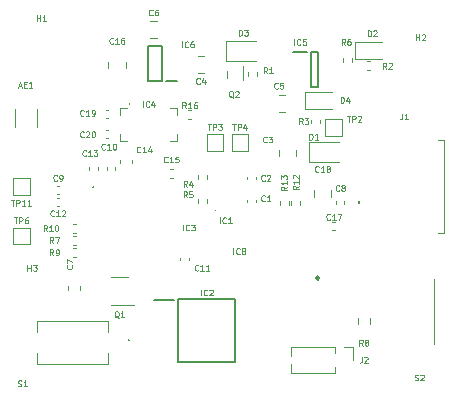
<source format=gbr>
%TF.GenerationSoftware,KiCad,Pcbnew,(6.0.0)*%
%TF.CreationDate,2022-05-13T17:38:04+01:00*%
%TF.ProjectId,Tracer,54726163-6572-42e6-9b69-6361645f7063,D*%
%TF.SameCoordinates,Original*%
%TF.FileFunction,Legend,Top*%
%TF.FilePolarity,Positive*%
%FSLAX46Y46*%
G04 Gerber Fmt 4.6, Leading zero omitted, Abs format (unit mm)*
G04 Created by KiCad (PCBNEW (6.0.0)) date 2022-05-13 17:38:04*
%MOMM*%
%LPD*%
G01*
G04 APERTURE LIST*
%ADD10C,0.035000*%
%ADD11C,0.120000*%
%ADD12C,0.100000*%
%ADD13C,0.200000*%
%ADD14C,0.027000*%
%ADD15C,0.250000*%
G04 APERTURE END LIST*
D10*
%TO.C,J2*%
X158928333Y-110626190D02*
X158928333Y-110983333D01*
X158904523Y-111054761D01*
X158856904Y-111102380D01*
X158785476Y-111126190D01*
X158737857Y-111126190D01*
X159142619Y-110673809D02*
X159166428Y-110650000D01*
X159214047Y-110626190D01*
X159333095Y-110626190D01*
X159380714Y-110650000D01*
X159404523Y-110673809D01*
X159428333Y-110721428D01*
X159428333Y-110769047D01*
X159404523Y-110840476D01*
X159118809Y-111126190D01*
X159428333Y-111126190D01*
%TO.C,S2*%
X163419047Y-112602380D02*
X163490476Y-112626190D01*
X163609523Y-112626190D01*
X163657142Y-112602380D01*
X163680952Y-112578571D01*
X163704761Y-112530952D01*
X163704761Y-112483333D01*
X163680952Y-112435714D01*
X163657142Y-112411904D01*
X163609523Y-112388095D01*
X163514285Y-112364285D01*
X163466666Y-112340476D01*
X163442857Y-112316666D01*
X163419047Y-112269047D01*
X163419047Y-112221428D01*
X163442857Y-112173809D01*
X163466666Y-112150000D01*
X163514285Y-112126190D01*
X163633333Y-112126190D01*
X163704761Y-112150000D01*
X163895238Y-112173809D02*
X163919047Y-112150000D01*
X163966666Y-112126190D01*
X164085714Y-112126190D01*
X164133333Y-112150000D01*
X164157142Y-112173809D01*
X164180952Y-112221428D01*
X164180952Y-112269047D01*
X164157142Y-112340476D01*
X163871428Y-112626190D01*
X164180952Y-112626190D01*
%TO.C,C15*%
X142478571Y-94118571D02*
X142454761Y-94142380D01*
X142383333Y-94166190D01*
X142335714Y-94166190D01*
X142264285Y-94142380D01*
X142216666Y-94094761D01*
X142192857Y-94047142D01*
X142169047Y-93951904D01*
X142169047Y-93880476D01*
X142192857Y-93785238D01*
X142216666Y-93737619D01*
X142264285Y-93690000D01*
X142335714Y-93666190D01*
X142383333Y-93666190D01*
X142454761Y-93690000D01*
X142478571Y-93713809D01*
X142954761Y-94166190D02*
X142669047Y-94166190D01*
X142811904Y-94166190D02*
X142811904Y-93666190D01*
X142764285Y-93737619D01*
X142716666Y-93785238D01*
X142669047Y-93809047D01*
X143407142Y-93666190D02*
X143169047Y-93666190D01*
X143145238Y-93904285D01*
X143169047Y-93880476D01*
X143216666Y-93856666D01*
X143335714Y-93856666D01*
X143383333Y-93880476D01*
X143407142Y-93904285D01*
X143430952Y-93951904D01*
X143430952Y-94070952D01*
X143407142Y-94118571D01*
X143383333Y-94142380D01*
X143335714Y-94166190D01*
X143216666Y-94166190D01*
X143169047Y-94142380D01*
X143145238Y-94118571D01*
%TO.C,R10*%
X132278571Y-99976190D02*
X132111904Y-99738095D01*
X131992857Y-99976190D02*
X131992857Y-99476190D01*
X132183333Y-99476190D01*
X132230952Y-99500000D01*
X132254761Y-99523809D01*
X132278571Y-99571428D01*
X132278571Y-99642857D01*
X132254761Y-99690476D01*
X132230952Y-99714285D01*
X132183333Y-99738095D01*
X131992857Y-99738095D01*
X132754761Y-99976190D02*
X132469047Y-99976190D01*
X132611904Y-99976190D02*
X132611904Y-99476190D01*
X132564285Y-99547619D01*
X132516666Y-99595238D01*
X132469047Y-99619047D01*
X133064285Y-99476190D02*
X133111904Y-99476190D01*
X133159523Y-99500000D01*
X133183333Y-99523809D01*
X133207142Y-99571428D01*
X133230952Y-99666666D01*
X133230952Y-99785714D01*
X133207142Y-99880952D01*
X133183333Y-99928571D01*
X133159523Y-99952380D01*
X133111904Y-99976190D01*
X133064285Y-99976190D01*
X133016666Y-99952380D01*
X132992857Y-99928571D01*
X132969047Y-99880952D01*
X132945238Y-99785714D01*
X132945238Y-99666666D01*
X132969047Y-99571428D01*
X132992857Y-99523809D01*
X133016666Y-99500000D01*
X133064285Y-99476190D01*
%TO.C,C1*%
X150716666Y-97398571D02*
X150692857Y-97422380D01*
X150621428Y-97446190D01*
X150573809Y-97446190D01*
X150502380Y-97422380D01*
X150454761Y-97374761D01*
X150430952Y-97327142D01*
X150407142Y-97231904D01*
X150407142Y-97160476D01*
X150430952Y-97065238D01*
X150454761Y-97017619D01*
X150502380Y-96970000D01*
X150573809Y-96946190D01*
X150621428Y-96946190D01*
X150692857Y-96970000D01*
X150716666Y-96993809D01*
X151192857Y-97446190D02*
X150907142Y-97446190D01*
X151050000Y-97446190D02*
X151050000Y-96946190D01*
X151002380Y-97017619D01*
X150954761Y-97065238D01*
X150907142Y-97089047D01*
%TO.C,C16*%
X137873571Y-84078571D02*
X137849761Y-84102380D01*
X137778333Y-84126190D01*
X137730714Y-84126190D01*
X137659285Y-84102380D01*
X137611666Y-84054761D01*
X137587857Y-84007142D01*
X137564047Y-83911904D01*
X137564047Y-83840476D01*
X137587857Y-83745238D01*
X137611666Y-83697619D01*
X137659285Y-83650000D01*
X137730714Y-83626190D01*
X137778333Y-83626190D01*
X137849761Y-83650000D01*
X137873571Y-83673809D01*
X138349761Y-84126190D02*
X138064047Y-84126190D01*
X138206904Y-84126190D02*
X138206904Y-83626190D01*
X138159285Y-83697619D01*
X138111666Y-83745238D01*
X138064047Y-83769047D01*
X138778333Y-83626190D02*
X138683095Y-83626190D01*
X138635476Y-83650000D01*
X138611666Y-83673809D01*
X138564047Y-83745238D01*
X138540238Y-83840476D01*
X138540238Y-84030952D01*
X138564047Y-84078571D01*
X138587857Y-84102380D01*
X138635476Y-84126190D01*
X138730714Y-84126190D01*
X138778333Y-84102380D01*
X138802142Y-84078571D01*
X138825952Y-84030952D01*
X138825952Y-83911904D01*
X138802142Y-83864285D01*
X138778333Y-83840476D01*
X138730714Y-83816666D01*
X138635476Y-83816666D01*
X138587857Y-83840476D01*
X138564047Y-83864285D01*
X138540238Y-83911904D01*
%TO.C,C5*%
X151816666Y-87878571D02*
X151792857Y-87902380D01*
X151721428Y-87926190D01*
X151673809Y-87926190D01*
X151602380Y-87902380D01*
X151554761Y-87854761D01*
X151530952Y-87807142D01*
X151507142Y-87711904D01*
X151507142Y-87640476D01*
X151530952Y-87545238D01*
X151554761Y-87497619D01*
X151602380Y-87450000D01*
X151673809Y-87426190D01*
X151721428Y-87426190D01*
X151792857Y-87450000D01*
X151816666Y-87473809D01*
X152269047Y-87426190D02*
X152030952Y-87426190D01*
X152007142Y-87664285D01*
X152030952Y-87640476D01*
X152078571Y-87616666D01*
X152197619Y-87616666D01*
X152245238Y-87640476D01*
X152269047Y-87664285D01*
X152292857Y-87711904D01*
X152292857Y-87830952D01*
X152269047Y-87878571D01*
X152245238Y-87902380D01*
X152197619Y-87926190D01*
X152078571Y-87926190D01*
X152030952Y-87902380D01*
X152007142Y-87878571D01*
%TO.C,D1*%
X154480952Y-92226190D02*
X154480952Y-91726190D01*
X154600000Y-91726190D01*
X154671428Y-91750000D01*
X154719047Y-91797619D01*
X154742857Y-91845238D01*
X154766666Y-91940476D01*
X154766666Y-92011904D01*
X154742857Y-92107142D01*
X154719047Y-92154761D01*
X154671428Y-92202380D01*
X154600000Y-92226190D01*
X154480952Y-92226190D01*
X155242857Y-92226190D02*
X154957142Y-92226190D01*
X155100000Y-92226190D02*
X155100000Y-91726190D01*
X155052380Y-91797619D01*
X155004761Y-91845238D01*
X154957142Y-91869047D01*
%TO.C,Q2*%
X148052380Y-88673809D02*
X148004761Y-88650000D01*
X147957142Y-88602380D01*
X147885714Y-88530952D01*
X147838095Y-88507142D01*
X147790476Y-88507142D01*
X147814285Y-88626190D02*
X147766666Y-88602380D01*
X147719047Y-88554761D01*
X147695238Y-88459523D01*
X147695238Y-88292857D01*
X147719047Y-88197619D01*
X147766666Y-88150000D01*
X147814285Y-88126190D01*
X147909523Y-88126190D01*
X147957142Y-88150000D01*
X148004761Y-88197619D01*
X148028571Y-88292857D01*
X148028571Y-88459523D01*
X148004761Y-88554761D01*
X147957142Y-88602380D01*
X147909523Y-88626190D01*
X147814285Y-88626190D01*
X148219047Y-88173809D02*
X148242857Y-88150000D01*
X148290476Y-88126190D01*
X148409523Y-88126190D01*
X148457142Y-88150000D01*
X148480952Y-88173809D01*
X148504761Y-88221428D01*
X148504761Y-88269047D01*
X148480952Y-88340476D01*
X148195238Y-88626190D01*
X148504761Y-88626190D01*
%TO.C,R7*%
X132816666Y-100976190D02*
X132650000Y-100738095D01*
X132530952Y-100976190D02*
X132530952Y-100476190D01*
X132721428Y-100476190D01*
X132769047Y-100500000D01*
X132792857Y-100523809D01*
X132816666Y-100571428D01*
X132816666Y-100642857D01*
X132792857Y-100690476D01*
X132769047Y-100714285D01*
X132721428Y-100738095D01*
X132530952Y-100738095D01*
X132983333Y-100476190D02*
X133316666Y-100476190D01*
X133102380Y-100976190D01*
%TO.C,C3*%
X150866666Y-92428571D02*
X150842857Y-92452380D01*
X150771428Y-92476190D01*
X150723809Y-92476190D01*
X150652380Y-92452380D01*
X150604761Y-92404761D01*
X150580952Y-92357142D01*
X150557142Y-92261904D01*
X150557142Y-92190476D01*
X150580952Y-92095238D01*
X150604761Y-92047619D01*
X150652380Y-92000000D01*
X150723809Y-91976190D01*
X150771428Y-91976190D01*
X150842857Y-92000000D01*
X150866666Y-92023809D01*
X151033333Y-91976190D02*
X151342857Y-91976190D01*
X151176190Y-92166666D01*
X151247619Y-92166666D01*
X151295238Y-92190476D01*
X151319047Y-92214285D01*
X151342857Y-92261904D01*
X151342857Y-92380952D01*
X151319047Y-92428571D01*
X151295238Y-92452380D01*
X151247619Y-92476190D01*
X151104761Y-92476190D01*
X151057142Y-92452380D01*
X151033333Y-92428571D01*
%TO.C,H3*%
X130619047Y-103326190D02*
X130619047Y-102826190D01*
X130619047Y-103064285D02*
X130904761Y-103064285D01*
X130904761Y-103326190D02*
X130904761Y-102826190D01*
X131095238Y-102826190D02*
X131404761Y-102826190D01*
X131238095Y-103016666D01*
X131309523Y-103016666D01*
X131357142Y-103040476D01*
X131380952Y-103064285D01*
X131404761Y-103111904D01*
X131404761Y-103230952D01*
X131380952Y-103278571D01*
X131357142Y-103302380D01*
X131309523Y-103326190D01*
X131166666Y-103326190D01*
X131119047Y-103302380D01*
X131095238Y-103278571D01*
%TO.C,C6*%
X141211666Y-81678571D02*
X141187857Y-81702380D01*
X141116428Y-81726190D01*
X141068809Y-81726190D01*
X140997380Y-81702380D01*
X140949761Y-81654761D01*
X140925952Y-81607142D01*
X140902142Y-81511904D01*
X140902142Y-81440476D01*
X140925952Y-81345238D01*
X140949761Y-81297619D01*
X140997380Y-81250000D01*
X141068809Y-81226190D01*
X141116428Y-81226190D01*
X141187857Y-81250000D01*
X141211666Y-81273809D01*
X141640238Y-81226190D02*
X141545000Y-81226190D01*
X141497380Y-81250000D01*
X141473571Y-81273809D01*
X141425952Y-81345238D01*
X141402142Y-81440476D01*
X141402142Y-81630952D01*
X141425952Y-81678571D01*
X141449761Y-81702380D01*
X141497380Y-81726190D01*
X141592619Y-81726190D01*
X141640238Y-81702380D01*
X141664047Y-81678571D01*
X141687857Y-81630952D01*
X141687857Y-81511904D01*
X141664047Y-81464285D01*
X141640238Y-81440476D01*
X141592619Y-81416666D01*
X141497380Y-81416666D01*
X141449761Y-81440476D01*
X141425952Y-81464285D01*
X141402142Y-81511904D01*
%TO.C,C14*%
X140178571Y-93278571D02*
X140154761Y-93302380D01*
X140083333Y-93326190D01*
X140035714Y-93326190D01*
X139964285Y-93302380D01*
X139916666Y-93254761D01*
X139892857Y-93207142D01*
X139869047Y-93111904D01*
X139869047Y-93040476D01*
X139892857Y-92945238D01*
X139916666Y-92897619D01*
X139964285Y-92850000D01*
X140035714Y-92826190D01*
X140083333Y-92826190D01*
X140154761Y-92850000D01*
X140178571Y-92873809D01*
X140654761Y-93326190D02*
X140369047Y-93326190D01*
X140511904Y-93326190D02*
X140511904Y-92826190D01*
X140464285Y-92897619D01*
X140416666Y-92945238D01*
X140369047Y-92969047D01*
X141083333Y-92992857D02*
X141083333Y-93326190D01*
X140964285Y-92802380D02*
X140845238Y-93159523D01*
X141154761Y-93159523D01*
%TO.C,IC4*%
X140406904Y-89476190D02*
X140406904Y-88976190D01*
X140930714Y-89428571D02*
X140906904Y-89452380D01*
X140835476Y-89476190D01*
X140787857Y-89476190D01*
X140716428Y-89452380D01*
X140668809Y-89404761D01*
X140645000Y-89357142D01*
X140621190Y-89261904D01*
X140621190Y-89190476D01*
X140645000Y-89095238D01*
X140668809Y-89047619D01*
X140716428Y-89000000D01*
X140787857Y-88976190D01*
X140835476Y-88976190D01*
X140906904Y-89000000D01*
X140930714Y-89023809D01*
X141359285Y-89142857D02*
X141359285Y-89476190D01*
X141240238Y-88952380D02*
X141121190Y-89309523D01*
X141430714Y-89309523D01*
%TO.C,R12*%
X153576190Y-96171428D02*
X153338095Y-96338095D01*
X153576190Y-96457142D02*
X153076190Y-96457142D01*
X153076190Y-96266666D01*
X153100000Y-96219047D01*
X153123809Y-96195238D01*
X153171428Y-96171428D01*
X153242857Y-96171428D01*
X153290476Y-96195238D01*
X153314285Y-96219047D01*
X153338095Y-96266666D01*
X153338095Y-96457142D01*
X153576190Y-95695238D02*
X153576190Y-95980952D01*
X153576190Y-95838095D02*
X153076190Y-95838095D01*
X153147619Y-95885714D01*
X153195238Y-95933333D01*
X153219047Y-95980952D01*
X153123809Y-95504761D02*
X153100000Y-95480952D01*
X153076190Y-95433333D01*
X153076190Y-95314285D01*
X153100000Y-95266666D01*
X153123809Y-95242857D01*
X153171428Y-95219047D01*
X153219047Y-95219047D01*
X153290476Y-95242857D01*
X153576190Y-95528571D01*
X153576190Y-95219047D01*
%TO.C,IC1*%
X146911904Y-99326190D02*
X146911904Y-98826190D01*
X147435714Y-99278571D02*
X147411904Y-99302380D01*
X147340476Y-99326190D01*
X147292857Y-99326190D01*
X147221428Y-99302380D01*
X147173809Y-99254761D01*
X147150000Y-99207142D01*
X147126190Y-99111904D01*
X147126190Y-99040476D01*
X147150000Y-98945238D01*
X147173809Y-98897619D01*
X147221428Y-98850000D01*
X147292857Y-98826190D01*
X147340476Y-98826190D01*
X147411904Y-98850000D01*
X147435714Y-98873809D01*
X147911904Y-99326190D02*
X147626190Y-99326190D01*
X147769047Y-99326190D02*
X147769047Y-98826190D01*
X147721428Y-98897619D01*
X147673809Y-98945238D01*
X147626190Y-98969047D01*
%TO.C,J1*%
X162333333Y-90026190D02*
X162333333Y-90383333D01*
X162309523Y-90454761D01*
X162261904Y-90502380D01*
X162190476Y-90526190D01*
X162142857Y-90526190D01*
X162833333Y-90526190D02*
X162547619Y-90526190D01*
X162690476Y-90526190D02*
X162690476Y-90026190D01*
X162642857Y-90097619D01*
X162595238Y-90145238D01*
X162547619Y-90169047D01*
%TO.C,IC5*%
X153211904Y-84226190D02*
X153211904Y-83726190D01*
X153735714Y-84178571D02*
X153711904Y-84202380D01*
X153640476Y-84226190D01*
X153592857Y-84226190D01*
X153521428Y-84202380D01*
X153473809Y-84154761D01*
X153450000Y-84107142D01*
X153426190Y-84011904D01*
X153426190Y-83940476D01*
X153450000Y-83845238D01*
X153473809Y-83797619D01*
X153521428Y-83750000D01*
X153592857Y-83726190D01*
X153640476Y-83726190D01*
X153711904Y-83750000D01*
X153735714Y-83773809D01*
X154188095Y-83726190D02*
X153950000Y-83726190D01*
X153926190Y-83964285D01*
X153950000Y-83940476D01*
X153997619Y-83916666D01*
X154116666Y-83916666D01*
X154164285Y-83940476D01*
X154188095Y-83964285D01*
X154211904Y-84011904D01*
X154211904Y-84130952D01*
X154188095Y-84178571D01*
X154164285Y-84202380D01*
X154116666Y-84226190D01*
X153997619Y-84226190D01*
X153950000Y-84202380D01*
X153926190Y-84178571D01*
%TO.C,R16*%
X144028571Y-89576190D02*
X143861904Y-89338095D01*
X143742857Y-89576190D02*
X143742857Y-89076190D01*
X143933333Y-89076190D01*
X143980952Y-89100000D01*
X144004761Y-89123809D01*
X144028571Y-89171428D01*
X144028571Y-89242857D01*
X144004761Y-89290476D01*
X143980952Y-89314285D01*
X143933333Y-89338095D01*
X143742857Y-89338095D01*
X144504761Y-89576190D02*
X144219047Y-89576190D01*
X144361904Y-89576190D02*
X144361904Y-89076190D01*
X144314285Y-89147619D01*
X144266666Y-89195238D01*
X144219047Y-89219047D01*
X144933333Y-89076190D02*
X144838095Y-89076190D01*
X144790476Y-89100000D01*
X144766666Y-89123809D01*
X144719047Y-89195238D01*
X144695238Y-89290476D01*
X144695238Y-89480952D01*
X144719047Y-89528571D01*
X144742857Y-89552380D01*
X144790476Y-89576190D01*
X144885714Y-89576190D01*
X144933333Y-89552380D01*
X144957142Y-89528571D01*
X144980952Y-89480952D01*
X144980952Y-89361904D01*
X144957142Y-89314285D01*
X144933333Y-89290476D01*
X144885714Y-89266666D01*
X144790476Y-89266666D01*
X144742857Y-89290476D01*
X144719047Y-89314285D01*
X144695238Y-89361904D01*
%TO.C,R2*%
X161016666Y-86226190D02*
X160850000Y-85988095D01*
X160730952Y-86226190D02*
X160730952Y-85726190D01*
X160921428Y-85726190D01*
X160969047Y-85750000D01*
X160992857Y-85773809D01*
X161016666Y-85821428D01*
X161016666Y-85892857D01*
X160992857Y-85940476D01*
X160969047Y-85964285D01*
X160921428Y-85988095D01*
X160730952Y-85988095D01*
X161207142Y-85773809D02*
X161230952Y-85750000D01*
X161278571Y-85726190D01*
X161397619Y-85726190D01*
X161445238Y-85750000D01*
X161469047Y-85773809D01*
X161492857Y-85821428D01*
X161492857Y-85869047D01*
X161469047Y-85940476D01*
X161183333Y-86226190D01*
X161492857Y-86226190D01*
%TO.C,C10*%
X137178571Y-93028571D02*
X137154761Y-93052380D01*
X137083333Y-93076190D01*
X137035714Y-93076190D01*
X136964285Y-93052380D01*
X136916666Y-93004761D01*
X136892857Y-92957142D01*
X136869047Y-92861904D01*
X136869047Y-92790476D01*
X136892857Y-92695238D01*
X136916666Y-92647619D01*
X136964285Y-92600000D01*
X137035714Y-92576190D01*
X137083333Y-92576190D01*
X137154761Y-92600000D01*
X137178571Y-92623809D01*
X137654761Y-93076190D02*
X137369047Y-93076190D01*
X137511904Y-93076190D02*
X137511904Y-92576190D01*
X137464285Y-92647619D01*
X137416666Y-92695238D01*
X137369047Y-92719047D01*
X137964285Y-92576190D02*
X138011904Y-92576190D01*
X138059523Y-92600000D01*
X138083333Y-92623809D01*
X138107142Y-92671428D01*
X138130952Y-92766666D01*
X138130952Y-92885714D01*
X138107142Y-92980952D01*
X138083333Y-93028571D01*
X138059523Y-93052380D01*
X138011904Y-93076190D01*
X137964285Y-93076190D01*
X137916666Y-93052380D01*
X137892857Y-93028571D01*
X137869047Y-92980952D01*
X137845238Y-92885714D01*
X137845238Y-92766666D01*
X137869047Y-92671428D01*
X137892857Y-92623809D01*
X137916666Y-92600000D01*
X137964285Y-92576190D01*
%TO.C,TP3*%
X145869047Y-90926190D02*
X146154761Y-90926190D01*
X146011904Y-91426190D02*
X146011904Y-90926190D01*
X146321428Y-91426190D02*
X146321428Y-90926190D01*
X146511904Y-90926190D01*
X146559523Y-90950000D01*
X146583333Y-90973809D01*
X146607142Y-91021428D01*
X146607142Y-91092857D01*
X146583333Y-91140476D01*
X146559523Y-91164285D01*
X146511904Y-91188095D01*
X146321428Y-91188095D01*
X146773809Y-90926190D02*
X147083333Y-90926190D01*
X146916666Y-91116666D01*
X146988095Y-91116666D01*
X147035714Y-91140476D01*
X147059523Y-91164285D01*
X147083333Y-91211904D01*
X147083333Y-91330952D01*
X147059523Y-91378571D01*
X147035714Y-91402380D01*
X146988095Y-91426190D01*
X146845238Y-91426190D01*
X146797619Y-91402380D01*
X146773809Y-91378571D01*
%TO.C,C18*%
X155278571Y-94928571D02*
X155254761Y-94952380D01*
X155183333Y-94976190D01*
X155135714Y-94976190D01*
X155064285Y-94952380D01*
X155016666Y-94904761D01*
X154992857Y-94857142D01*
X154969047Y-94761904D01*
X154969047Y-94690476D01*
X154992857Y-94595238D01*
X155016666Y-94547619D01*
X155064285Y-94500000D01*
X155135714Y-94476190D01*
X155183333Y-94476190D01*
X155254761Y-94500000D01*
X155278571Y-94523809D01*
X155754761Y-94976190D02*
X155469047Y-94976190D01*
X155611904Y-94976190D02*
X155611904Y-94476190D01*
X155564285Y-94547619D01*
X155516666Y-94595238D01*
X155469047Y-94619047D01*
X156040476Y-94690476D02*
X155992857Y-94666666D01*
X155969047Y-94642857D01*
X155945238Y-94595238D01*
X155945238Y-94571428D01*
X155969047Y-94523809D01*
X155992857Y-94500000D01*
X156040476Y-94476190D01*
X156135714Y-94476190D01*
X156183333Y-94500000D01*
X156207142Y-94523809D01*
X156230952Y-94571428D01*
X156230952Y-94595238D01*
X156207142Y-94642857D01*
X156183333Y-94666666D01*
X156135714Y-94690476D01*
X156040476Y-94690476D01*
X155992857Y-94714285D01*
X155969047Y-94738095D01*
X155945238Y-94785714D01*
X155945238Y-94880952D01*
X155969047Y-94928571D01*
X155992857Y-94952380D01*
X156040476Y-94976190D01*
X156135714Y-94976190D01*
X156183333Y-94952380D01*
X156207142Y-94928571D01*
X156230952Y-94880952D01*
X156230952Y-94785714D01*
X156207142Y-94738095D01*
X156183333Y-94714285D01*
X156135714Y-94690476D01*
%TO.C,C13*%
X135578571Y-93578571D02*
X135554761Y-93602380D01*
X135483333Y-93626190D01*
X135435714Y-93626190D01*
X135364285Y-93602380D01*
X135316666Y-93554761D01*
X135292857Y-93507142D01*
X135269047Y-93411904D01*
X135269047Y-93340476D01*
X135292857Y-93245238D01*
X135316666Y-93197619D01*
X135364285Y-93150000D01*
X135435714Y-93126190D01*
X135483333Y-93126190D01*
X135554761Y-93150000D01*
X135578571Y-93173809D01*
X136054761Y-93626190D02*
X135769047Y-93626190D01*
X135911904Y-93626190D02*
X135911904Y-93126190D01*
X135864285Y-93197619D01*
X135816666Y-93245238D01*
X135769047Y-93269047D01*
X136221428Y-93126190D02*
X136530952Y-93126190D01*
X136364285Y-93316666D01*
X136435714Y-93316666D01*
X136483333Y-93340476D01*
X136507142Y-93364285D01*
X136530952Y-93411904D01*
X136530952Y-93530952D01*
X136507142Y-93578571D01*
X136483333Y-93602380D01*
X136435714Y-93626190D01*
X136292857Y-93626190D01*
X136245238Y-93602380D01*
X136221428Y-93578571D01*
%TO.C,C20*%
X135378571Y-91978571D02*
X135354761Y-92002380D01*
X135283333Y-92026190D01*
X135235714Y-92026190D01*
X135164285Y-92002380D01*
X135116666Y-91954761D01*
X135092857Y-91907142D01*
X135069047Y-91811904D01*
X135069047Y-91740476D01*
X135092857Y-91645238D01*
X135116666Y-91597619D01*
X135164285Y-91550000D01*
X135235714Y-91526190D01*
X135283333Y-91526190D01*
X135354761Y-91550000D01*
X135378571Y-91573809D01*
X135569047Y-91573809D02*
X135592857Y-91550000D01*
X135640476Y-91526190D01*
X135759523Y-91526190D01*
X135807142Y-91550000D01*
X135830952Y-91573809D01*
X135854761Y-91621428D01*
X135854761Y-91669047D01*
X135830952Y-91740476D01*
X135545238Y-92026190D01*
X135854761Y-92026190D01*
X136164285Y-91526190D02*
X136211904Y-91526190D01*
X136259523Y-91550000D01*
X136283333Y-91573809D01*
X136307142Y-91621428D01*
X136330952Y-91716666D01*
X136330952Y-91835714D01*
X136307142Y-91930952D01*
X136283333Y-91978571D01*
X136259523Y-92002380D01*
X136211904Y-92026190D01*
X136164285Y-92026190D01*
X136116666Y-92002380D01*
X136092857Y-91978571D01*
X136069047Y-91930952D01*
X136045238Y-91835714D01*
X136045238Y-91716666D01*
X136069047Y-91621428D01*
X136092857Y-91573809D01*
X136116666Y-91550000D01*
X136164285Y-91526190D01*
%TO.C,D2*%
X159430952Y-83496190D02*
X159430952Y-82996190D01*
X159550000Y-82996190D01*
X159621428Y-83020000D01*
X159669047Y-83067619D01*
X159692857Y-83115238D01*
X159716666Y-83210476D01*
X159716666Y-83281904D01*
X159692857Y-83377142D01*
X159669047Y-83424761D01*
X159621428Y-83472380D01*
X159550000Y-83496190D01*
X159430952Y-83496190D01*
X159907142Y-83043809D02*
X159930952Y-83020000D01*
X159978571Y-82996190D01*
X160097619Y-82996190D01*
X160145238Y-83020000D01*
X160169047Y-83043809D01*
X160192857Y-83091428D01*
X160192857Y-83139047D01*
X160169047Y-83210476D01*
X159883333Y-83496190D01*
X160192857Y-83496190D01*
%TO.C,R4*%
X144116666Y-96226190D02*
X143950000Y-95988095D01*
X143830952Y-96226190D02*
X143830952Y-95726190D01*
X144021428Y-95726190D01*
X144069047Y-95750000D01*
X144092857Y-95773809D01*
X144116666Y-95821428D01*
X144116666Y-95892857D01*
X144092857Y-95940476D01*
X144069047Y-95964285D01*
X144021428Y-95988095D01*
X143830952Y-95988095D01*
X144545238Y-95892857D02*
X144545238Y-96226190D01*
X144426190Y-95702380D02*
X144307142Y-96059523D01*
X144616666Y-96059523D01*
%TO.C,R6*%
X157516666Y-84206190D02*
X157350000Y-83968095D01*
X157230952Y-84206190D02*
X157230952Y-83706190D01*
X157421428Y-83706190D01*
X157469047Y-83730000D01*
X157492857Y-83753809D01*
X157516666Y-83801428D01*
X157516666Y-83872857D01*
X157492857Y-83920476D01*
X157469047Y-83944285D01*
X157421428Y-83968095D01*
X157230952Y-83968095D01*
X157945238Y-83706190D02*
X157850000Y-83706190D01*
X157802380Y-83730000D01*
X157778571Y-83753809D01*
X157730952Y-83825238D01*
X157707142Y-83920476D01*
X157707142Y-84110952D01*
X157730952Y-84158571D01*
X157754761Y-84182380D01*
X157802380Y-84206190D01*
X157897619Y-84206190D01*
X157945238Y-84182380D01*
X157969047Y-84158571D01*
X157992857Y-84110952D01*
X157992857Y-83991904D01*
X157969047Y-83944285D01*
X157945238Y-83920476D01*
X157897619Y-83896666D01*
X157802380Y-83896666D01*
X157754761Y-83920476D01*
X157730952Y-83944285D01*
X157707142Y-83991904D01*
%TO.C,TP11*%
X129230952Y-97326190D02*
X129516666Y-97326190D01*
X129373809Y-97826190D02*
X129373809Y-97326190D01*
X129683333Y-97826190D02*
X129683333Y-97326190D01*
X129873809Y-97326190D01*
X129921428Y-97350000D01*
X129945238Y-97373809D01*
X129969047Y-97421428D01*
X129969047Y-97492857D01*
X129945238Y-97540476D01*
X129921428Y-97564285D01*
X129873809Y-97588095D01*
X129683333Y-97588095D01*
X130445238Y-97826190D02*
X130159523Y-97826190D01*
X130302380Y-97826190D02*
X130302380Y-97326190D01*
X130254761Y-97397619D01*
X130207142Y-97445238D01*
X130159523Y-97469047D01*
X130921428Y-97826190D02*
X130635714Y-97826190D01*
X130778571Y-97826190D02*
X130778571Y-97326190D01*
X130730952Y-97397619D01*
X130683333Y-97445238D01*
X130635714Y-97469047D01*
%TO.C,TP6*%
X129469047Y-98826190D02*
X129754761Y-98826190D01*
X129611904Y-99326190D02*
X129611904Y-98826190D01*
X129921428Y-99326190D02*
X129921428Y-98826190D01*
X130111904Y-98826190D01*
X130159523Y-98850000D01*
X130183333Y-98873809D01*
X130207142Y-98921428D01*
X130207142Y-98992857D01*
X130183333Y-99040476D01*
X130159523Y-99064285D01*
X130111904Y-99088095D01*
X129921428Y-99088095D01*
X130635714Y-98826190D02*
X130540476Y-98826190D01*
X130492857Y-98850000D01*
X130469047Y-98873809D01*
X130421428Y-98945238D01*
X130397619Y-99040476D01*
X130397619Y-99230952D01*
X130421428Y-99278571D01*
X130445238Y-99302380D01*
X130492857Y-99326190D01*
X130588095Y-99326190D01*
X130635714Y-99302380D01*
X130659523Y-99278571D01*
X130683333Y-99230952D01*
X130683333Y-99111904D01*
X130659523Y-99064285D01*
X130635714Y-99040476D01*
X130588095Y-99016666D01*
X130492857Y-99016666D01*
X130445238Y-99040476D01*
X130421428Y-99064285D01*
X130397619Y-99111904D01*
%TO.C,H2*%
X163519047Y-83826190D02*
X163519047Y-83326190D01*
X163519047Y-83564285D02*
X163804761Y-83564285D01*
X163804761Y-83826190D02*
X163804761Y-83326190D01*
X164019047Y-83373809D02*
X164042857Y-83350000D01*
X164090476Y-83326190D01*
X164209523Y-83326190D01*
X164257142Y-83350000D01*
X164280952Y-83373809D01*
X164304761Y-83421428D01*
X164304761Y-83469047D01*
X164280952Y-83540476D01*
X163995238Y-83826190D01*
X164304761Y-83826190D01*
%TO.C,R3*%
X153916666Y-90926190D02*
X153750000Y-90688095D01*
X153630952Y-90926190D02*
X153630952Y-90426190D01*
X153821428Y-90426190D01*
X153869047Y-90450000D01*
X153892857Y-90473809D01*
X153916666Y-90521428D01*
X153916666Y-90592857D01*
X153892857Y-90640476D01*
X153869047Y-90664285D01*
X153821428Y-90688095D01*
X153630952Y-90688095D01*
X154083333Y-90426190D02*
X154392857Y-90426190D01*
X154226190Y-90616666D01*
X154297619Y-90616666D01*
X154345238Y-90640476D01*
X154369047Y-90664285D01*
X154392857Y-90711904D01*
X154392857Y-90830952D01*
X154369047Y-90878571D01*
X154345238Y-90902380D01*
X154297619Y-90926190D01*
X154154761Y-90926190D01*
X154107142Y-90902380D01*
X154083333Y-90878571D01*
%TO.C,C2*%
X150716666Y-95678571D02*
X150692857Y-95702380D01*
X150621428Y-95726190D01*
X150573809Y-95726190D01*
X150502380Y-95702380D01*
X150454761Y-95654761D01*
X150430952Y-95607142D01*
X150407142Y-95511904D01*
X150407142Y-95440476D01*
X150430952Y-95345238D01*
X150454761Y-95297619D01*
X150502380Y-95250000D01*
X150573809Y-95226190D01*
X150621428Y-95226190D01*
X150692857Y-95250000D01*
X150716666Y-95273809D01*
X150907142Y-95273809D02*
X150930952Y-95250000D01*
X150978571Y-95226190D01*
X151097619Y-95226190D01*
X151145238Y-95250000D01*
X151169047Y-95273809D01*
X151192857Y-95321428D01*
X151192857Y-95369047D01*
X151169047Y-95440476D01*
X150883333Y-95726190D01*
X151192857Y-95726190D01*
%TO.C,S1*%
X129819047Y-113102380D02*
X129890476Y-113126190D01*
X130009523Y-113126190D01*
X130057142Y-113102380D01*
X130080952Y-113078571D01*
X130104761Y-113030952D01*
X130104761Y-112983333D01*
X130080952Y-112935714D01*
X130057142Y-112911904D01*
X130009523Y-112888095D01*
X129914285Y-112864285D01*
X129866666Y-112840476D01*
X129842857Y-112816666D01*
X129819047Y-112769047D01*
X129819047Y-112721428D01*
X129842857Y-112673809D01*
X129866666Y-112650000D01*
X129914285Y-112626190D01*
X130033333Y-112626190D01*
X130104761Y-112650000D01*
X130580952Y-113126190D02*
X130295238Y-113126190D01*
X130438095Y-113126190D02*
X130438095Y-112626190D01*
X130390476Y-112697619D01*
X130342857Y-112745238D01*
X130295238Y-112769047D01*
%TO.C,D4*%
X157130952Y-89126190D02*
X157130952Y-88626190D01*
X157250000Y-88626190D01*
X157321428Y-88650000D01*
X157369047Y-88697619D01*
X157392857Y-88745238D01*
X157416666Y-88840476D01*
X157416666Y-88911904D01*
X157392857Y-89007142D01*
X157369047Y-89054761D01*
X157321428Y-89102380D01*
X157250000Y-89126190D01*
X157130952Y-89126190D01*
X157845238Y-88792857D02*
X157845238Y-89126190D01*
X157726190Y-88602380D02*
X157607142Y-88959523D01*
X157916666Y-88959523D01*
%TO.C,D3*%
X148530952Y-83426190D02*
X148530952Y-82926190D01*
X148650000Y-82926190D01*
X148721428Y-82950000D01*
X148769047Y-82997619D01*
X148792857Y-83045238D01*
X148816666Y-83140476D01*
X148816666Y-83211904D01*
X148792857Y-83307142D01*
X148769047Y-83354761D01*
X148721428Y-83402380D01*
X148650000Y-83426190D01*
X148530952Y-83426190D01*
X148983333Y-82926190D02*
X149292857Y-82926190D01*
X149126190Y-83116666D01*
X149197619Y-83116666D01*
X149245238Y-83140476D01*
X149269047Y-83164285D01*
X149292857Y-83211904D01*
X149292857Y-83330952D01*
X149269047Y-83378571D01*
X149245238Y-83402380D01*
X149197619Y-83426190D01*
X149054761Y-83426190D01*
X149007142Y-83402380D01*
X148983333Y-83378571D01*
%TO.C,R1*%
X150916666Y-86626190D02*
X150750000Y-86388095D01*
X150630952Y-86626190D02*
X150630952Y-86126190D01*
X150821428Y-86126190D01*
X150869047Y-86150000D01*
X150892857Y-86173809D01*
X150916666Y-86221428D01*
X150916666Y-86292857D01*
X150892857Y-86340476D01*
X150869047Y-86364285D01*
X150821428Y-86388095D01*
X150630952Y-86388095D01*
X151392857Y-86626190D02*
X151107142Y-86626190D01*
X151250000Y-86626190D02*
X151250000Y-86126190D01*
X151202380Y-86197619D01*
X151154761Y-86245238D01*
X151107142Y-86269047D01*
%TO.C,C19*%
X135378571Y-90178571D02*
X135354761Y-90202380D01*
X135283333Y-90226190D01*
X135235714Y-90226190D01*
X135164285Y-90202380D01*
X135116666Y-90154761D01*
X135092857Y-90107142D01*
X135069047Y-90011904D01*
X135069047Y-89940476D01*
X135092857Y-89845238D01*
X135116666Y-89797619D01*
X135164285Y-89750000D01*
X135235714Y-89726190D01*
X135283333Y-89726190D01*
X135354761Y-89750000D01*
X135378571Y-89773809D01*
X135854761Y-90226190D02*
X135569047Y-90226190D01*
X135711904Y-90226190D02*
X135711904Y-89726190D01*
X135664285Y-89797619D01*
X135616666Y-89845238D01*
X135569047Y-89869047D01*
X136092857Y-90226190D02*
X136188095Y-90226190D01*
X136235714Y-90202380D01*
X136259523Y-90178571D01*
X136307142Y-90107142D01*
X136330952Y-90011904D01*
X136330952Y-89821428D01*
X136307142Y-89773809D01*
X136283333Y-89750000D01*
X136235714Y-89726190D01*
X136140476Y-89726190D01*
X136092857Y-89750000D01*
X136069047Y-89773809D01*
X136045238Y-89821428D01*
X136045238Y-89940476D01*
X136069047Y-89988095D01*
X136092857Y-90011904D01*
X136140476Y-90035714D01*
X136235714Y-90035714D01*
X136283333Y-90011904D01*
X136307142Y-89988095D01*
X136330952Y-89940476D01*
%TO.C,IC8*%
X148061904Y-101926190D02*
X148061904Y-101426190D01*
X148585714Y-101878571D02*
X148561904Y-101902380D01*
X148490476Y-101926190D01*
X148442857Y-101926190D01*
X148371428Y-101902380D01*
X148323809Y-101854761D01*
X148300000Y-101807142D01*
X148276190Y-101711904D01*
X148276190Y-101640476D01*
X148300000Y-101545238D01*
X148323809Y-101497619D01*
X148371428Y-101450000D01*
X148442857Y-101426190D01*
X148490476Y-101426190D01*
X148561904Y-101450000D01*
X148585714Y-101473809D01*
X148871428Y-101640476D02*
X148823809Y-101616666D01*
X148800000Y-101592857D01*
X148776190Y-101545238D01*
X148776190Y-101521428D01*
X148800000Y-101473809D01*
X148823809Y-101450000D01*
X148871428Y-101426190D01*
X148966666Y-101426190D01*
X149014285Y-101450000D01*
X149038095Y-101473809D01*
X149061904Y-101521428D01*
X149061904Y-101545238D01*
X149038095Y-101592857D01*
X149014285Y-101616666D01*
X148966666Y-101640476D01*
X148871428Y-101640476D01*
X148823809Y-101664285D01*
X148800000Y-101688095D01*
X148776190Y-101735714D01*
X148776190Y-101830952D01*
X148800000Y-101878571D01*
X148823809Y-101902380D01*
X148871428Y-101926190D01*
X148966666Y-101926190D01*
X149014285Y-101902380D01*
X149038095Y-101878571D01*
X149061904Y-101830952D01*
X149061904Y-101735714D01*
X149038095Y-101688095D01*
X149014285Y-101664285D01*
X148966666Y-101640476D01*
%TO.C,C12*%
X132878571Y-98678571D02*
X132854761Y-98702380D01*
X132783333Y-98726190D01*
X132735714Y-98726190D01*
X132664285Y-98702380D01*
X132616666Y-98654761D01*
X132592857Y-98607142D01*
X132569047Y-98511904D01*
X132569047Y-98440476D01*
X132592857Y-98345238D01*
X132616666Y-98297619D01*
X132664285Y-98250000D01*
X132735714Y-98226190D01*
X132783333Y-98226190D01*
X132854761Y-98250000D01*
X132878571Y-98273809D01*
X133354761Y-98726190D02*
X133069047Y-98726190D01*
X133211904Y-98726190D02*
X133211904Y-98226190D01*
X133164285Y-98297619D01*
X133116666Y-98345238D01*
X133069047Y-98369047D01*
X133545238Y-98273809D02*
X133569047Y-98250000D01*
X133616666Y-98226190D01*
X133735714Y-98226190D01*
X133783333Y-98250000D01*
X133807142Y-98273809D01*
X133830952Y-98321428D01*
X133830952Y-98369047D01*
X133807142Y-98440476D01*
X133521428Y-98726190D01*
X133830952Y-98726190D01*
%TO.C,H1*%
X131419047Y-82226190D02*
X131419047Y-81726190D01*
X131419047Y-81964285D02*
X131704761Y-81964285D01*
X131704761Y-82226190D02*
X131704761Y-81726190D01*
X132204761Y-82226190D02*
X131919047Y-82226190D01*
X132061904Y-82226190D02*
X132061904Y-81726190D01*
X132014285Y-81797619D01*
X131966666Y-81845238D01*
X131919047Y-81869047D01*
%TO.C,AE1*%
X129866666Y-87683333D02*
X130104761Y-87683333D01*
X129819047Y-87826190D02*
X129985714Y-87326190D01*
X130152380Y-87826190D01*
X130319047Y-87564285D02*
X130485714Y-87564285D01*
X130557142Y-87826190D02*
X130319047Y-87826190D01*
X130319047Y-87326190D01*
X130557142Y-87326190D01*
X131033333Y-87826190D02*
X130747619Y-87826190D01*
X130890476Y-87826190D02*
X130890476Y-87326190D01*
X130842857Y-87397619D01*
X130795238Y-87445238D01*
X130747619Y-87469047D01*
%TO.C,R9*%
X132816666Y-102026190D02*
X132650000Y-101788095D01*
X132530952Y-102026190D02*
X132530952Y-101526190D01*
X132721428Y-101526190D01*
X132769047Y-101550000D01*
X132792857Y-101573809D01*
X132816666Y-101621428D01*
X132816666Y-101692857D01*
X132792857Y-101740476D01*
X132769047Y-101764285D01*
X132721428Y-101788095D01*
X132530952Y-101788095D01*
X133054761Y-102026190D02*
X133150000Y-102026190D01*
X133197619Y-102002380D01*
X133221428Y-101978571D01*
X133269047Y-101907142D01*
X133292857Y-101811904D01*
X133292857Y-101621428D01*
X133269047Y-101573809D01*
X133245238Y-101550000D01*
X133197619Y-101526190D01*
X133102380Y-101526190D01*
X133054761Y-101550000D01*
X133030952Y-101573809D01*
X133007142Y-101621428D01*
X133007142Y-101740476D01*
X133030952Y-101788095D01*
X133054761Y-101811904D01*
X133102380Y-101835714D01*
X133197619Y-101835714D01*
X133245238Y-101811904D01*
X133269047Y-101788095D01*
X133292857Y-101740476D01*
%TO.C,Q1*%
X138352380Y-107323809D02*
X138304761Y-107300000D01*
X138257142Y-107252380D01*
X138185714Y-107180952D01*
X138138095Y-107157142D01*
X138090476Y-107157142D01*
X138114285Y-107276190D02*
X138066666Y-107252380D01*
X138019047Y-107204761D01*
X137995238Y-107109523D01*
X137995238Y-106942857D01*
X138019047Y-106847619D01*
X138066666Y-106800000D01*
X138114285Y-106776190D01*
X138209523Y-106776190D01*
X138257142Y-106800000D01*
X138304761Y-106847619D01*
X138328571Y-106942857D01*
X138328571Y-107109523D01*
X138304761Y-107204761D01*
X138257142Y-107252380D01*
X138209523Y-107276190D01*
X138114285Y-107276190D01*
X138804761Y-107276190D02*
X138519047Y-107276190D01*
X138661904Y-107276190D02*
X138661904Y-106776190D01*
X138614285Y-106847619D01*
X138566666Y-106895238D01*
X138519047Y-106919047D01*
%TO.C,IC3*%
X143811904Y-99926190D02*
X143811904Y-99426190D01*
X144335714Y-99878571D02*
X144311904Y-99902380D01*
X144240476Y-99926190D01*
X144192857Y-99926190D01*
X144121428Y-99902380D01*
X144073809Y-99854761D01*
X144050000Y-99807142D01*
X144026190Y-99711904D01*
X144026190Y-99640476D01*
X144050000Y-99545238D01*
X144073809Y-99497619D01*
X144121428Y-99450000D01*
X144192857Y-99426190D01*
X144240476Y-99426190D01*
X144311904Y-99450000D01*
X144335714Y-99473809D01*
X144502380Y-99426190D02*
X144811904Y-99426190D01*
X144645238Y-99616666D01*
X144716666Y-99616666D01*
X144764285Y-99640476D01*
X144788095Y-99664285D01*
X144811904Y-99711904D01*
X144811904Y-99830952D01*
X144788095Y-99878571D01*
X144764285Y-99902380D01*
X144716666Y-99926190D01*
X144573809Y-99926190D01*
X144526190Y-99902380D01*
X144502380Y-99878571D01*
%TO.C,C17*%
X156228571Y-98978571D02*
X156204761Y-99002380D01*
X156133333Y-99026190D01*
X156085714Y-99026190D01*
X156014285Y-99002380D01*
X155966666Y-98954761D01*
X155942857Y-98907142D01*
X155919047Y-98811904D01*
X155919047Y-98740476D01*
X155942857Y-98645238D01*
X155966666Y-98597619D01*
X156014285Y-98550000D01*
X156085714Y-98526190D01*
X156133333Y-98526190D01*
X156204761Y-98550000D01*
X156228571Y-98573809D01*
X156704761Y-99026190D02*
X156419047Y-99026190D01*
X156561904Y-99026190D02*
X156561904Y-98526190D01*
X156514285Y-98597619D01*
X156466666Y-98645238D01*
X156419047Y-98669047D01*
X156871428Y-98526190D02*
X157204761Y-98526190D01*
X156990476Y-99026190D01*
%TO.C,C7*%
X134378571Y-102883333D02*
X134402380Y-102907142D01*
X134426190Y-102978571D01*
X134426190Y-103026190D01*
X134402380Y-103097619D01*
X134354761Y-103145238D01*
X134307142Y-103169047D01*
X134211904Y-103192857D01*
X134140476Y-103192857D01*
X134045238Y-103169047D01*
X133997619Y-103145238D01*
X133950000Y-103097619D01*
X133926190Y-103026190D01*
X133926190Y-102978571D01*
X133950000Y-102907142D01*
X133973809Y-102883333D01*
X133926190Y-102716666D02*
X133926190Y-102383333D01*
X134426190Y-102597619D01*
%TO.C,R5*%
X144116666Y-97126190D02*
X143950000Y-96888095D01*
X143830952Y-97126190D02*
X143830952Y-96626190D01*
X144021428Y-96626190D01*
X144069047Y-96650000D01*
X144092857Y-96673809D01*
X144116666Y-96721428D01*
X144116666Y-96792857D01*
X144092857Y-96840476D01*
X144069047Y-96864285D01*
X144021428Y-96888095D01*
X143830952Y-96888095D01*
X144569047Y-96626190D02*
X144330952Y-96626190D01*
X144307142Y-96864285D01*
X144330952Y-96840476D01*
X144378571Y-96816666D01*
X144497619Y-96816666D01*
X144545238Y-96840476D01*
X144569047Y-96864285D01*
X144592857Y-96911904D01*
X144592857Y-97030952D01*
X144569047Y-97078571D01*
X144545238Y-97102380D01*
X144497619Y-97126190D01*
X144378571Y-97126190D01*
X144330952Y-97102380D01*
X144307142Y-97078571D01*
%TO.C,C8*%
X157016666Y-96528571D02*
X156992857Y-96552380D01*
X156921428Y-96576190D01*
X156873809Y-96576190D01*
X156802380Y-96552380D01*
X156754761Y-96504761D01*
X156730952Y-96457142D01*
X156707142Y-96361904D01*
X156707142Y-96290476D01*
X156730952Y-96195238D01*
X156754761Y-96147619D01*
X156802380Y-96100000D01*
X156873809Y-96076190D01*
X156921428Y-96076190D01*
X156992857Y-96100000D01*
X157016666Y-96123809D01*
X157302380Y-96290476D02*
X157254761Y-96266666D01*
X157230952Y-96242857D01*
X157207142Y-96195238D01*
X157207142Y-96171428D01*
X157230952Y-96123809D01*
X157254761Y-96100000D01*
X157302380Y-96076190D01*
X157397619Y-96076190D01*
X157445238Y-96100000D01*
X157469047Y-96123809D01*
X157492857Y-96171428D01*
X157492857Y-96195238D01*
X157469047Y-96242857D01*
X157445238Y-96266666D01*
X157397619Y-96290476D01*
X157302380Y-96290476D01*
X157254761Y-96314285D01*
X157230952Y-96338095D01*
X157207142Y-96385714D01*
X157207142Y-96480952D01*
X157230952Y-96528571D01*
X157254761Y-96552380D01*
X157302380Y-96576190D01*
X157397619Y-96576190D01*
X157445238Y-96552380D01*
X157469047Y-96528571D01*
X157492857Y-96480952D01*
X157492857Y-96385714D01*
X157469047Y-96338095D01*
X157445238Y-96314285D01*
X157397619Y-96290476D01*
%TO.C,TP4*%
X147969047Y-90926190D02*
X148254761Y-90926190D01*
X148111904Y-91426190D02*
X148111904Y-90926190D01*
X148421428Y-91426190D02*
X148421428Y-90926190D01*
X148611904Y-90926190D01*
X148659523Y-90950000D01*
X148683333Y-90973809D01*
X148707142Y-91021428D01*
X148707142Y-91092857D01*
X148683333Y-91140476D01*
X148659523Y-91164285D01*
X148611904Y-91188095D01*
X148421428Y-91188095D01*
X149135714Y-91092857D02*
X149135714Y-91426190D01*
X149016666Y-90902380D02*
X148897619Y-91259523D01*
X149207142Y-91259523D01*
%TO.C,C4*%
X145211666Y-87478571D02*
X145187857Y-87502380D01*
X145116428Y-87526190D01*
X145068809Y-87526190D01*
X144997380Y-87502380D01*
X144949761Y-87454761D01*
X144925952Y-87407142D01*
X144902142Y-87311904D01*
X144902142Y-87240476D01*
X144925952Y-87145238D01*
X144949761Y-87097619D01*
X144997380Y-87050000D01*
X145068809Y-87026190D01*
X145116428Y-87026190D01*
X145187857Y-87050000D01*
X145211666Y-87073809D01*
X145640238Y-87192857D02*
X145640238Y-87526190D01*
X145521190Y-87002380D02*
X145402142Y-87359523D01*
X145711666Y-87359523D01*
%TO.C,R8*%
X159016666Y-109676190D02*
X158850000Y-109438095D01*
X158730952Y-109676190D02*
X158730952Y-109176190D01*
X158921428Y-109176190D01*
X158969047Y-109200000D01*
X158992857Y-109223809D01*
X159016666Y-109271428D01*
X159016666Y-109342857D01*
X158992857Y-109390476D01*
X158969047Y-109414285D01*
X158921428Y-109438095D01*
X158730952Y-109438095D01*
X159302380Y-109390476D02*
X159254761Y-109366666D01*
X159230952Y-109342857D01*
X159207142Y-109295238D01*
X159207142Y-109271428D01*
X159230952Y-109223809D01*
X159254761Y-109200000D01*
X159302380Y-109176190D01*
X159397619Y-109176190D01*
X159445238Y-109200000D01*
X159469047Y-109223809D01*
X159492857Y-109271428D01*
X159492857Y-109295238D01*
X159469047Y-109342857D01*
X159445238Y-109366666D01*
X159397619Y-109390476D01*
X159302380Y-109390476D01*
X159254761Y-109414285D01*
X159230952Y-109438095D01*
X159207142Y-109485714D01*
X159207142Y-109580952D01*
X159230952Y-109628571D01*
X159254761Y-109652380D01*
X159302380Y-109676190D01*
X159397619Y-109676190D01*
X159445238Y-109652380D01*
X159469047Y-109628571D01*
X159492857Y-109580952D01*
X159492857Y-109485714D01*
X159469047Y-109438095D01*
X159445238Y-109414285D01*
X159397619Y-109390476D01*
%TO.C,IC6*%
X143706904Y-84426190D02*
X143706904Y-83926190D01*
X144230714Y-84378571D02*
X144206904Y-84402380D01*
X144135476Y-84426190D01*
X144087857Y-84426190D01*
X144016428Y-84402380D01*
X143968809Y-84354761D01*
X143945000Y-84307142D01*
X143921190Y-84211904D01*
X143921190Y-84140476D01*
X143945000Y-84045238D01*
X143968809Y-83997619D01*
X144016428Y-83950000D01*
X144087857Y-83926190D01*
X144135476Y-83926190D01*
X144206904Y-83950000D01*
X144230714Y-83973809D01*
X144659285Y-83926190D02*
X144564047Y-83926190D01*
X144516428Y-83950000D01*
X144492619Y-83973809D01*
X144445000Y-84045238D01*
X144421190Y-84140476D01*
X144421190Y-84330952D01*
X144445000Y-84378571D01*
X144468809Y-84402380D01*
X144516428Y-84426190D01*
X144611666Y-84426190D01*
X144659285Y-84402380D01*
X144683095Y-84378571D01*
X144706904Y-84330952D01*
X144706904Y-84211904D01*
X144683095Y-84164285D01*
X144659285Y-84140476D01*
X144611666Y-84116666D01*
X144516428Y-84116666D01*
X144468809Y-84140476D01*
X144445000Y-84164285D01*
X144421190Y-84211904D01*
%TO.C,R13*%
X152576190Y-96221428D02*
X152338095Y-96388095D01*
X152576190Y-96507142D02*
X152076190Y-96507142D01*
X152076190Y-96316666D01*
X152100000Y-96269047D01*
X152123809Y-96245238D01*
X152171428Y-96221428D01*
X152242857Y-96221428D01*
X152290476Y-96245238D01*
X152314285Y-96269047D01*
X152338095Y-96316666D01*
X152338095Y-96507142D01*
X152576190Y-95745238D02*
X152576190Y-96030952D01*
X152576190Y-95888095D02*
X152076190Y-95888095D01*
X152147619Y-95935714D01*
X152195238Y-95983333D01*
X152219047Y-96030952D01*
X152076190Y-95578571D02*
X152076190Y-95269047D01*
X152266666Y-95435714D01*
X152266666Y-95364285D01*
X152290476Y-95316666D01*
X152314285Y-95292857D01*
X152361904Y-95269047D01*
X152480952Y-95269047D01*
X152528571Y-95292857D01*
X152552380Y-95316666D01*
X152576190Y-95364285D01*
X152576190Y-95507142D01*
X152552380Y-95554761D01*
X152528571Y-95578571D01*
%TO.C,IC2*%
X145311904Y-105426190D02*
X145311904Y-104926190D01*
X145835714Y-105378571D02*
X145811904Y-105402380D01*
X145740476Y-105426190D01*
X145692857Y-105426190D01*
X145621428Y-105402380D01*
X145573809Y-105354761D01*
X145550000Y-105307142D01*
X145526190Y-105211904D01*
X145526190Y-105140476D01*
X145550000Y-105045238D01*
X145573809Y-104997619D01*
X145621428Y-104950000D01*
X145692857Y-104926190D01*
X145740476Y-104926190D01*
X145811904Y-104950000D01*
X145835714Y-104973809D01*
X146026190Y-104973809D02*
X146050000Y-104950000D01*
X146097619Y-104926190D01*
X146216666Y-104926190D01*
X146264285Y-104950000D01*
X146288095Y-104973809D01*
X146311904Y-105021428D01*
X146311904Y-105069047D01*
X146288095Y-105140476D01*
X146002380Y-105426190D01*
X146311904Y-105426190D01*
%TO.C,TP2*%
X157669047Y-90226190D02*
X157954761Y-90226190D01*
X157811904Y-90726190D02*
X157811904Y-90226190D01*
X158121428Y-90726190D02*
X158121428Y-90226190D01*
X158311904Y-90226190D01*
X158359523Y-90250000D01*
X158383333Y-90273809D01*
X158407142Y-90321428D01*
X158407142Y-90392857D01*
X158383333Y-90440476D01*
X158359523Y-90464285D01*
X158311904Y-90488095D01*
X158121428Y-90488095D01*
X158597619Y-90273809D02*
X158621428Y-90250000D01*
X158669047Y-90226190D01*
X158788095Y-90226190D01*
X158835714Y-90250000D01*
X158859523Y-90273809D01*
X158883333Y-90321428D01*
X158883333Y-90369047D01*
X158859523Y-90440476D01*
X158573809Y-90726190D01*
X158883333Y-90726190D01*
%TO.C,C11*%
X145078571Y-103278571D02*
X145054761Y-103302380D01*
X144983333Y-103326190D01*
X144935714Y-103326190D01*
X144864285Y-103302380D01*
X144816666Y-103254761D01*
X144792857Y-103207142D01*
X144769047Y-103111904D01*
X144769047Y-103040476D01*
X144792857Y-102945238D01*
X144816666Y-102897619D01*
X144864285Y-102850000D01*
X144935714Y-102826190D01*
X144983333Y-102826190D01*
X145054761Y-102850000D01*
X145078571Y-102873809D01*
X145554761Y-103326190D02*
X145269047Y-103326190D01*
X145411904Y-103326190D02*
X145411904Y-102826190D01*
X145364285Y-102897619D01*
X145316666Y-102945238D01*
X145269047Y-102969047D01*
X146030952Y-103326190D02*
X145745238Y-103326190D01*
X145888095Y-103326190D02*
X145888095Y-102826190D01*
X145840476Y-102897619D01*
X145792857Y-102945238D01*
X145745238Y-102969047D01*
%TO.C,C9*%
X133116666Y-95678571D02*
X133092857Y-95702380D01*
X133021428Y-95726190D01*
X132973809Y-95726190D01*
X132902380Y-95702380D01*
X132854761Y-95654761D01*
X132830952Y-95607142D01*
X132807142Y-95511904D01*
X132807142Y-95440476D01*
X132830952Y-95345238D01*
X132854761Y-95297619D01*
X132902380Y-95250000D01*
X132973809Y-95226190D01*
X133021428Y-95226190D01*
X133092857Y-95250000D01*
X133116666Y-95273809D01*
X133354761Y-95726190D02*
X133450000Y-95726190D01*
X133497619Y-95702380D01*
X133521428Y-95678571D01*
X133569047Y-95607142D01*
X133592857Y-95511904D01*
X133592857Y-95321428D01*
X133569047Y-95273809D01*
X133545238Y-95250000D01*
X133497619Y-95226190D01*
X133402380Y-95226190D01*
X133354761Y-95250000D01*
X133330952Y-95273809D01*
X133307142Y-95321428D01*
X133307142Y-95440476D01*
X133330952Y-95488095D01*
X133354761Y-95511904D01*
X133402380Y-95535714D01*
X133497619Y-95535714D01*
X133545238Y-95511904D01*
X133569047Y-95488095D01*
X133592857Y-95440476D01*
D11*
%TO.C,J2*%
X157400000Y-109790000D02*
X158160000Y-109790000D01*
X156640000Y-112010000D02*
X152895000Y-112010000D01*
X156640000Y-109790000D02*
X152895000Y-109790000D01*
X156640000Y-111463471D02*
X156640000Y-112010000D01*
X156640000Y-109790000D02*
X156640000Y-110336529D01*
X152895000Y-109790000D02*
X152895000Y-110592470D01*
X158160000Y-109790000D02*
X158160000Y-110900000D01*
X152895000Y-111207530D02*
X152895000Y-112010000D01*
D12*
%TO.C,S2*%
X165050000Y-104050000D02*
X165050000Y-109550000D01*
X165050000Y-104050000D02*
X165050000Y-104050000D01*
X165050000Y-109550000D02*
X165050000Y-109550000D01*
X165050000Y-109550000D02*
X165050000Y-104050000D01*
D11*
%TO.C,C15*%
X142692164Y-95460000D02*
X142907836Y-95460000D01*
X142692164Y-94740000D02*
X142907836Y-94740000D01*
%TO.C,R10*%
X134753641Y-100130000D02*
X134446359Y-100130000D01*
X134753641Y-99370000D02*
X134446359Y-99370000D01*
%TO.C,C1*%
X149960000Y-97527836D02*
X149960000Y-97312164D01*
X149240000Y-97527836D02*
X149240000Y-97312164D01*
%TO.C,C16*%
X138930000Y-86161252D02*
X138930000Y-85638748D01*
X137460000Y-86161252D02*
X137460000Y-85638748D01*
%TO.C,C5*%
X152466252Y-88465000D02*
X151943748Y-88465000D01*
X152466252Y-89935000D02*
X151943748Y-89935000D01*
%TO.C,D1*%
X154450000Y-94150000D02*
X157000000Y-94150000D01*
X154450000Y-92450000D02*
X157000000Y-92450000D01*
X154450000Y-92450000D02*
X154450000Y-94150000D01*
%TO.C,Q2*%
X147500000Y-87000000D02*
X147500000Y-86400000D01*
X148900000Y-87200000D02*
X148900000Y-86000000D01*
X148900000Y-86000000D02*
X148900000Y-86000000D01*
%TO.C,R7*%
X134446359Y-100370000D02*
X134753641Y-100370000D01*
X134446359Y-101130000D02*
X134753641Y-101130000D01*
%TO.C,C3*%
X151915000Y-93661252D02*
X151915000Y-93138748D01*
X153385000Y-93661252D02*
X153385000Y-93138748D01*
%TO.C,C6*%
X141033748Y-83635000D02*
X141556252Y-83635000D01*
X141033748Y-82165000D02*
X141556252Y-82165000D01*
%TO.C,C14*%
X138490000Y-94240580D02*
X138490000Y-93959420D01*
X139510000Y-94240580D02*
X139510000Y-93959420D01*
%TO.C,IC4*%
X139050000Y-92331885D02*
X138450000Y-92331885D01*
X138450000Y-92331885D02*
X139050000Y-92331885D01*
X143250000Y-92331885D02*
X143250000Y-91731885D01*
X142650000Y-89531885D02*
X143250000Y-89531885D01*
X138450000Y-89531885D02*
X138450000Y-90131885D01*
X143250000Y-92331885D02*
X142650000Y-92331885D01*
X138450000Y-89531885D02*
X139050000Y-89531885D01*
X138450000Y-92331885D02*
X138450000Y-91731885D01*
X143250000Y-91731885D02*
X143250000Y-92331885D01*
X143250000Y-89531885D02*
X143250000Y-90131885D01*
X138450000Y-90131885D02*
X138450000Y-89531885D01*
X143250000Y-89531885D02*
X142650000Y-89531885D01*
D13*
X139274770Y-89231885D02*
G75*
G03*
X139274770Y-89231885I-23770J0D01*
G01*
D11*
%TO.C,R12*%
X152970000Y-97446359D02*
X152970000Y-97753641D01*
X153730000Y-97446359D02*
X153730000Y-97753641D01*
D14*
%TO.C,IC1*%
X146520000Y-98191000D02*
X146520000Y-98191000D01*
X146520000Y-98218000D02*
X146520000Y-98218000D01*
X146520000Y-98218000D02*
G75*
G03*
X146520000Y-98191000I0J13500D01*
G01*
X146520000Y-98191000D02*
G75*
G03*
X146520000Y-98218000I0J-13500D01*
G01*
D12*
%TO.C,J1*%
X165900000Y-92270000D02*
X165400000Y-92270000D01*
D13*
X158700000Y-97500000D02*
X158700000Y-97500000D01*
X158700000Y-97600000D02*
X158700000Y-97600000D01*
D12*
X165900000Y-100130000D02*
X165900000Y-92270000D01*
D13*
X158700000Y-97600000D02*
X158700000Y-97600000D01*
D12*
X165400000Y-92270000D02*
X165400000Y-92270000D01*
X165900000Y-100130000D02*
X165400000Y-100130000D01*
X165400000Y-100130000D02*
X165400000Y-100130000D01*
D13*
X158700000Y-97500000D02*
G75*
G03*
X158700000Y-97600000I0J-50000D01*
G01*
X158700000Y-97600000D02*
G75*
G03*
X158700000Y-97500000I0J50000D01*
G01*
X158700000Y-97600000D02*
G75*
G03*
X158700000Y-97500000I0J50000D01*
G01*
%TO.C,IC5*%
X155255000Y-84840000D02*
X155255000Y-87760000D01*
X154655000Y-87760000D02*
X154655000Y-84840000D01*
X155255000Y-87760000D02*
X154655000Y-87760000D01*
X154655000Y-84840000D02*
X155255000Y-84840000D01*
X153105000Y-84800000D02*
X154305000Y-84800000D01*
D11*
%TO.C,R16*%
X144196359Y-90530000D02*
X144503641Y-90530000D01*
X144196359Y-89770000D02*
X144503641Y-89770000D01*
%TO.C,R2*%
X159653641Y-85620000D02*
X159346359Y-85620000D01*
X159653641Y-86380000D02*
X159346359Y-86380000D01*
%TO.C,C10*%
X138060000Y-94807836D02*
X138060000Y-94592164D01*
X137340000Y-94807836D02*
X137340000Y-94592164D01*
%TO.C,TP3*%
X145800000Y-93200000D02*
X145800000Y-91800000D01*
X145800000Y-91800000D02*
X147200000Y-91800000D01*
X147200000Y-91800000D02*
X147200000Y-93200000D01*
X147200000Y-93200000D02*
X145800000Y-93200000D01*
%TO.C,C18*%
X154865000Y-97061252D02*
X154865000Y-96538748D01*
X156335000Y-97061252D02*
X156335000Y-96538748D01*
%TO.C,C13*%
X136560000Y-94807836D02*
X136560000Y-94592164D01*
X135840000Y-94807836D02*
X135840000Y-94592164D01*
%TO.C,C20*%
X137457836Y-92110000D02*
X137242164Y-92110000D01*
X137457836Y-91390000D02*
X137242164Y-91390000D01*
%TO.C,D2*%
X158315000Y-85435000D02*
X160600000Y-85435000D01*
X160600000Y-83965000D02*
X158315000Y-83965000D01*
X158315000Y-83965000D02*
X158315000Y-85435000D01*
%TO.C,R4*%
X145020000Y-95246359D02*
X145020000Y-95553641D01*
X145780000Y-95246359D02*
X145780000Y-95553641D01*
%TO.C,R6*%
X158080000Y-85643641D02*
X158080000Y-85336359D01*
X157320000Y-85643641D02*
X157320000Y-85336359D01*
%TO.C,TP11*%
X129400000Y-95500000D02*
X130800000Y-95500000D01*
X130800000Y-95500000D02*
X130800000Y-96900000D01*
X130800000Y-96900000D02*
X129400000Y-96900000D01*
X129400000Y-96900000D02*
X129400000Y-95500000D01*
%TO.C,TP6*%
X129400000Y-101100000D02*
X129400000Y-99700000D01*
X129400000Y-99700000D02*
X130800000Y-99700000D01*
X130800000Y-99700000D02*
X130800000Y-101100000D01*
X130800000Y-101100000D02*
X129400000Y-101100000D01*
%TO.C,R3*%
X154620000Y-90853641D02*
X154620000Y-90546359D01*
X155380000Y-90853641D02*
X155380000Y-90546359D01*
%TO.C,C2*%
X149960000Y-95392164D02*
X149960000Y-95607836D01*
X149240000Y-95392164D02*
X149240000Y-95607836D01*
D12*
%TO.C,S1*%
X137450000Y-107600000D02*
X131450000Y-107600000D01*
X137450000Y-111200000D02*
X131450000Y-111200000D01*
X139150000Y-109200000D02*
X139150000Y-109200000D01*
X131450000Y-107600000D02*
X131450000Y-108500000D01*
X131450000Y-111200000D02*
X131450000Y-110300000D01*
X137450000Y-110300000D02*
X137450000Y-111200000D01*
X137450000Y-108500000D02*
X137450000Y-107600000D01*
X139250000Y-109200000D02*
X139250000Y-109200000D01*
X139250000Y-109200000D02*
G75*
G03*
X139150000Y-109200000I-50000J0D01*
G01*
X139150000Y-109200000D02*
G75*
G03*
X139250000Y-109200000I50000J0D01*
G01*
D11*
%TO.C,D4*%
X154115000Y-89635000D02*
X156400000Y-89635000D01*
X156400000Y-88165000D02*
X154115000Y-88165000D01*
X154115000Y-88165000D02*
X154115000Y-89635000D01*
%TO.C,D3*%
X147400000Y-83850000D02*
X147400000Y-85550000D01*
X147400000Y-83850000D02*
X149950000Y-83850000D01*
X147400000Y-85550000D02*
X149950000Y-85550000D01*
%TO.C,R1*%
X150080000Y-86853641D02*
X150080000Y-86546359D01*
X149320000Y-86853641D02*
X149320000Y-86546359D01*
%TO.C,C19*%
X137457836Y-89690000D02*
X137242164Y-89690000D01*
X137457836Y-90410000D02*
X137242164Y-90410000D01*
D15*
%TO.C,IC8*%
X155325000Y-103950000D02*
G75*
G03*
X155325000Y-103950000I-125000J0D01*
G01*
D11*
%TO.C,C12*%
X133307836Y-96140000D02*
X133092164Y-96140000D01*
X133307836Y-96860000D02*
X133092164Y-96860000D01*
%TO.C,AE1*%
X131410000Y-89672936D02*
X131410000Y-91127064D01*
X129590000Y-89672936D02*
X129590000Y-91127064D01*
%TO.C,R9*%
X134753641Y-101420000D02*
X134446359Y-101420000D01*
X134753641Y-102180000D02*
X134446359Y-102180000D01*
%TO.C,Q1*%
X137700000Y-106210000D02*
X139600000Y-106210000D01*
X139100000Y-103890000D02*
X137700000Y-103890000D01*
D13*
%TO.C,IC3*%
X136187120Y-96250000D02*
G75*
G03*
X136187120Y-96250000I-37120J0D01*
G01*
D11*
%TO.C,C17*%
X156442164Y-99910000D02*
X156657836Y-99910000D01*
X156442164Y-99190000D02*
X156657836Y-99190000D01*
%TO.C,C7*%
X134090000Y-104659420D02*
X134090000Y-104940580D01*
X135110000Y-104659420D02*
X135110000Y-104940580D01*
%TO.C,R5*%
X145780000Y-97563641D02*
X145780000Y-97256359D01*
X145020000Y-97563641D02*
X145020000Y-97256359D01*
%TO.C,C8*%
X156740000Y-97687836D02*
X156740000Y-97472164D01*
X157460000Y-97687836D02*
X157460000Y-97472164D01*
%TO.C,TP4*%
X147900000Y-91800000D02*
X149300000Y-91800000D01*
X149300000Y-93200000D02*
X147900000Y-93200000D01*
X149300000Y-91800000D02*
X149300000Y-93200000D01*
X147900000Y-93200000D02*
X147900000Y-91800000D01*
%TO.C,C4*%
X145556252Y-85165000D02*
X145033748Y-85165000D01*
X145556252Y-86635000D02*
X145033748Y-86635000D01*
%TO.C,R8*%
X158577500Y-107362742D02*
X158577500Y-107837258D01*
X159622500Y-107362742D02*
X159622500Y-107837258D01*
D13*
%TO.C,IC6*%
X140795000Y-84350000D02*
X141995000Y-84350000D01*
X143245000Y-87300000D02*
X142345000Y-87300000D01*
X141995000Y-87250000D02*
X140795000Y-87250000D01*
X140795000Y-87250000D02*
X140795000Y-84350000D01*
X141995000Y-84350000D02*
X141995000Y-87250000D01*
D11*
%TO.C,R13*%
X151970000Y-97763641D02*
X151970000Y-97456359D01*
X152730000Y-97763641D02*
X152730000Y-97456359D01*
D13*
%TO.C,IC2*%
X148225000Y-111040000D02*
X143375000Y-111040000D01*
X141375000Y-105820000D02*
X143025000Y-105820000D01*
X148225000Y-105760000D02*
X148225000Y-111040000D01*
X143375000Y-105760000D02*
X148225000Y-105760000D01*
X143375000Y-111040000D02*
X143375000Y-105760000D01*
D11*
%TO.C,TP2*%
X157250000Y-90500000D02*
X157250000Y-91900000D01*
X155850000Y-90500000D02*
X157250000Y-90500000D01*
X157250000Y-91900000D02*
X155850000Y-91900000D01*
X155850000Y-91900000D02*
X155850000Y-90500000D01*
%TO.C,C11*%
X143540000Y-102242164D02*
X143540000Y-102457836D01*
X144260000Y-102242164D02*
X144260000Y-102457836D01*
%TO.C,C9*%
X133307836Y-97140000D02*
X133092164Y-97140000D01*
X133307836Y-97860000D02*
X133092164Y-97860000D01*
%TD*%
M02*

</source>
